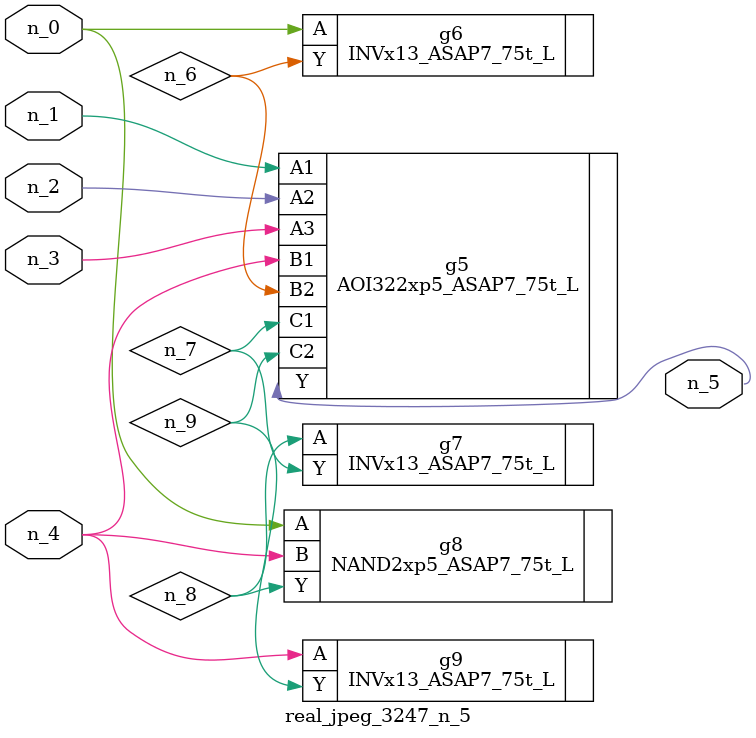
<source format=v>
module real_jpeg_3247_n_5 (n_4, n_0, n_1, n_2, n_3, n_5);

input n_4;
input n_0;
input n_1;
input n_2;
input n_3;

output n_5;

wire n_8;
wire n_6;
wire n_7;
wire n_9;

INVx13_ASAP7_75t_L g6 ( 
.A(n_0),
.Y(n_6)
);

NAND2xp5_ASAP7_75t_L g8 ( 
.A(n_0),
.B(n_4),
.Y(n_8)
);

AOI322xp5_ASAP7_75t_L g5 ( 
.A1(n_1),
.A2(n_2),
.A3(n_3),
.B1(n_4),
.B2(n_6),
.C1(n_7),
.C2(n_9),
.Y(n_5)
);

INVx13_ASAP7_75t_L g9 ( 
.A(n_4),
.Y(n_9)
);

INVx13_ASAP7_75t_L g7 ( 
.A(n_8),
.Y(n_7)
);


endmodule
</source>
